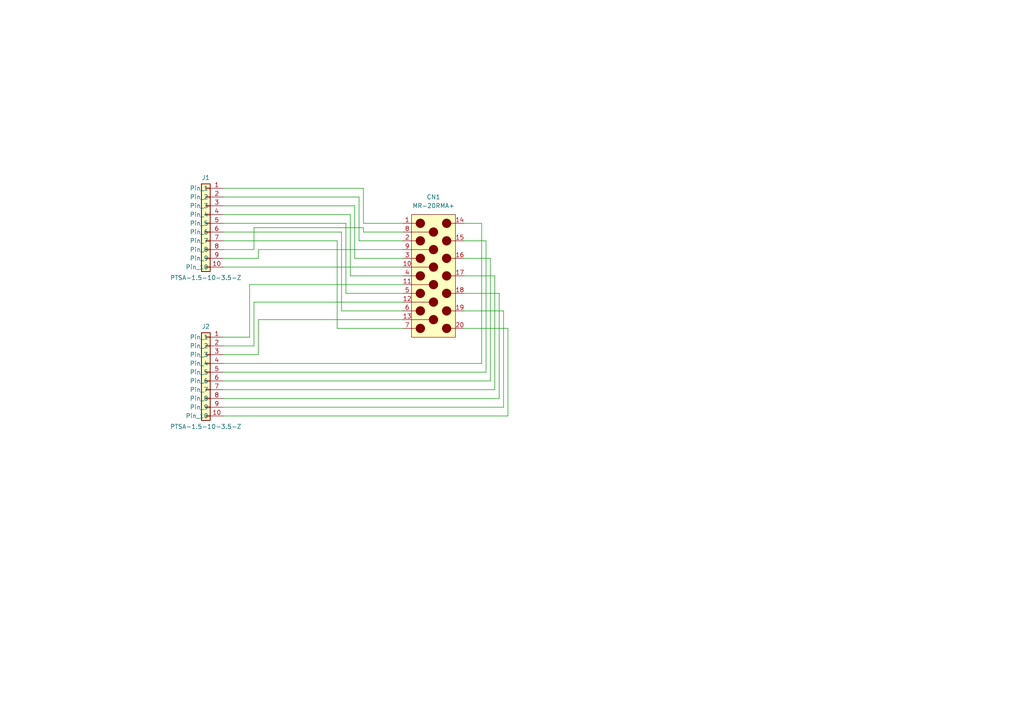
<source format=kicad_sch>
(kicad_sch (version 20211123) (generator eeschema)
  (paper "A4")
  (title_block (title "MR-20 Breakout Board") (date "2022-05-07") (rev "A"))
  (lib_symbols
    (symbol "Connector_Honda:MR-20RMA+"
      (property "Reference" "CN?" (at 0 0 0))
      (property "Value" "MR-20RMA+" (at 0 -2.54 0))
      (symbol "MR-20RMA+_0_1"
        (rectangle (start -6.35 -5.08) (end 6.35 -40.64) (fill (type background)))
        (circle (center -3.81 -38.1) (radius 1.27) (fill (type outline)))
        (circle (center -3.81 -33.02) (radius 1.27) (fill (type outline)))
        (circle (center -3.81 -27.94) (radius 1.27) (fill (type outline)))
        (circle (center -3.81 -22.86) (radius 1.27) (fill (type outline)))
        (circle (center -3.81 -17.78) (radius 1.27) (fill (type outline)))
        (circle (center -3.81 -12.7) (radius 1.27) (fill (type outline)))
        (circle (center -3.81 -7.62) (radius 1.27) (fill (type outline)))
        (circle (center 0 -35.56) (radius 1.27) (fill (type outline)))
        (circle (center 0 -30.48) (radius 1.27) (fill (type outline)))
        (circle (center 0 -25.4) (radius 1.27) (fill (type outline)))
        (circle (center 0 -20.32) (radius 1.27) (fill (type outline)))
        (circle (center 0 -15.24) (radius 1.27) (fill (type outline)))
        (circle (center 0 -10.16) (radius 1.27) (fill (type outline)))
        (polyline (pts (xy -6.35 -38.1) (xy -3.81 -38.1)))
        (polyline (pts (xy -6.35 -35.56) (xy 0 -35.56)))
        (polyline (pts (xy -6.35 -33.02) (xy -3.81 -33.02)))
        (polyline (pts (xy -6.35 -30.48) (xy 0 -30.48)))
        (polyline (pts (xy -6.35 -27.94) (xy -3.81 -27.94)))
        (polyline (pts (xy -6.35 -25.4) (xy 0 -25.4)))
        (polyline (pts (xy -6.35 -22.86) (xy -3.81 -22.86)))
        (polyline (pts (xy -6.35 -20.32) (xy 0 -20.32)))
        (polyline (pts (xy -6.35 -17.78) (xy -3.81 -17.78)))
        (polyline (pts (xy -6.35 -15.24) (xy 0 -15.24)))
        (polyline (pts (xy -6.35 -12.7) (xy -3.81 -12.7)))
        (polyline (pts (xy -6.35 -10.16) (xy -1.27 -10.16)))
        (polyline (pts (xy -6.35 -7.62) (xy -3.81 -7.62)))
        (polyline (pts (xy 6.35 -38.1) (xy 3.81 -38.1)))
        (polyline (pts (xy 6.35 -33.02) (xy 3.81 -33.02)))
        (polyline (pts (xy 6.35 -27.94) (xy 3.81 -27.94)))
        (polyline (pts (xy 6.35 -22.86) (xy 3.81 -22.86)))
        (polyline (pts (xy 6.35 -17.78) (xy 3.81 -17.78)))
        (polyline (pts (xy 6.35 -12.7) (xy 3.81 -12.7)))
        (polyline (pts (xy 6.35 -7.62) (xy 3.81 -7.62)))
        (circle (center 3.81 -38.1) (radius 1.27) (fill (type outline)))
        (circle (center 3.81 -33.02) (radius 1.27) (fill (type outline)))
        (circle (center 3.81 -27.94) (radius 1.27) (fill (type outline)))
        (circle (center 3.81 -22.86) (radius 1.27) (fill (type outline)))
        (circle (center 3.81 -17.78) (radius 1.27) (fill (type outline)))
        (circle (center 3.81 -12.7) (radius 1.27) (fill (type outline)))
        (circle (center 3.81 -7.62) (radius 1.27) (fill (type outline)))
      )
      (symbol "MR-20RMA+_1_1"
        (pin passive line (at -8.89 -7.62 0) (length 2.54) (name "") (number "1"))
        (pin passive line (at -8.89 -20.32 0) (length 2.54) (name "") (number "10"))
        (pin passive line (at -8.89 -25.4 0) (length 2.54) (name "") (number "11"))
        (pin passive line (at -8.89 -30.48 0) (length 2.54) (name "") (number "12"))
        (pin passive line (at -8.89 -35.56 0) (length 2.54) (name "") (number "13"))
        (pin passive line (at 8.89 -7.62 180) (length 2.54) (name "") (number "14"))
        (pin passive line (at 8.89 -12.7 180) (length 2.54) (name "") (number "15"))
        (pin passive line (at 8.89 -17.78 180) (length 2.54) (name "") (number "16"))
        (pin passive line (at 8.89 -22.86 180) (length 2.54) (name "") (number "17"))
        (pin passive line (at 8.89 -27.94 180) (length 2.54) (name "") (number "18"))
        (pin passive line (at 8.89 -33.02 180) (length 2.54) (name "") (number "19"))
        (pin passive line (at -8.89 -12.7 0) (length 2.54) (name "") (number "2"))
        (pin passive line (at 8.89 -38.1 180) (length 2.54) (name "") (number "20"))
        (pin passive line (at -8.89 -17.78 0) (length 2.54) (name "") (number "3"))
        (pin passive line (at -8.89 -22.86 0) (length 2.54) (name "") (number "4"))
        (pin passive line (at -8.89 -27.94 0) (length 2.54) (name "") (number "5"))
        (pin passive line (at -8.89 -33.02 0) (length 2.54) (name "") (number "6"))
        (pin passive line (at -8.89 -38.1 0) (length 2.54) (name "") (number "7"))
        (pin passive line (at -8.89 -10.16 0) (length 2.54) (name "") (number "8"))
        (pin passive line (at -8.89 -15.24 0) (length 2.54) (name "") (number "9"))
      )
    )
    (symbol "Connector_Phoenix_PTSA:PTSA-1.5-10-3.5-Z"
      (property "Reference" "J?" (at 0 0 0))
      (property "Value" "PTSA-1.5-10-3.5-Z" (at 0 -30.48 0))
      (symbol "PTSA-1.5-10-3.5-Z_1_1"
        (rectangle (start -1.27 -26.543) (end 0 -26.797) (stroke (width 0.1524)))
        (rectangle (start -1.27 -24.003) (end 0 -24.257) (stroke (width 0.1524)))
        (rectangle (start -1.27 -21.463) (end 0 -21.717) (stroke (width 0.1524)))
        (rectangle (start -1.27 -18.923) (end 0 -19.177) (stroke (width 0.1524)))
        (rectangle (start -1.27 -16.383) (end 0 -16.637) (stroke (width 0.1524)))
        (rectangle (start -1.27 -13.843) (end 0 -14.097) (stroke (width 0.1524)))
        (rectangle (start -1.27 -11.303) (end 0 -11.557) (stroke (width 0.1524)))
        (rectangle (start -1.27 -8.763) (end 0 -9.017) (stroke (width 0.1524)))
        (rectangle (start -1.27 -6.223) (end 0 -6.477) (stroke (width 0.1524)))
        (rectangle (start -1.27 -3.683) (end 0 -3.937) (stroke (width 0.1524)))
        (rectangle (start -1.27 -2.54) (end 1.27 -27.94) (stroke (width 0.254)) (fill (type background)))
        (pin passive line (at -5.08 -3.81 0) (length 3.81) (name "Pin_1") (number "1"))
        (pin passive line (at -5.08 -26.67 0) (length 3.81) (name "Pin_10") (number "10"))
        (pin passive line (at -5.08 -6.35 0) (length 3.81) (name "Pin_2") (number "2"))
        (pin passive line (at -5.08 -8.89 0) (length 3.81) (name "Pin_3") (number "3"))
        (pin passive line (at -5.08 -11.43 0) (length 3.81) (name "Pin_4") (number "4"))
        (pin passive line (at -5.08 -13.97 0) (length 3.81) (name "Pin_5") (number "5"))
        (pin passive line (at -5.08 -16.51 0) (length 3.81) (name "Pin_6") (number "6"))
        (pin passive line (at -5.08 -19.05 0) (length 3.81) (name "Pin_7") (number "7"))
        (pin passive line (at -5.08 -21.59 0) (length 3.81) (name "Pin_8") (number "8"))
        (pin passive line (at -5.08 -24.13 0) (length 3.81) (name "Pin_9") (number "9"))
      )
    )
  )
  (wire (pts (xy 147.32 120.65) (xy 147.32 95.25)))
  (wire (pts (xy 74.93 102.87) (xy 74.93 92.71)))
  (wire (pts (xy 99.06 90.17) (xy 116.84 90.17)))
  (wire (pts (xy 64.77 74.93) (xy 74.93 74.93)))
  (wire (pts (xy 64.77 72.39) (xy 73.66 72.39)))
  (wire (pts (xy 105.41 67.31) (xy 116.84 67.31)))
  (wire (pts (xy 102.87 74.93) (xy 116.84 74.93)))
  (wire (pts (xy 72.39 97.79) (xy 72.39 82.55)))
  (wire (pts (xy 64.77 110.49) (xy 142.24 110.49)))
  (wire (pts (xy 139.7 105.41) (xy 139.7 64.77)))
  (wire (pts (xy 143.51 80.01) (xy 134.62 80.01)))
  (wire (pts (xy 72.39 82.55) (xy 116.84 82.55)))
  (wire (pts (xy 101.6 80.01) (xy 116.84 80.01)))
  (wire (pts (xy 64.77 57.15) (xy 104.14 57.15)))
  (wire (pts (xy 64.77 120.65) (xy 147.32 120.65)))
  (wire (pts (xy 64.77 54.61) (xy 105.41 54.61)))
  (wire (pts (xy 101.6 62.23) (xy 101.6 80.01)))
  (wire (pts (xy 104.14 57.15) (xy 104.14 69.85)))
  (wire (pts (xy 64.77 115.57) (xy 144.78 115.57)))
  (wire (pts (xy 74.93 74.93) (xy 74.93 72.39)))
  (wire (pts (xy 97.79 69.85) (xy 97.79 95.25)))
  (wire (pts (xy 64.77 102.87) (xy 74.93 102.87)))
  (wire (pts (xy 140.97 107.95) (xy 140.97 69.85)))
  (wire (pts (xy 139.7 64.77) (xy 134.62 64.77)))
  (wire (pts (xy 64.77 77.47) (xy 116.84 77.47)))
  (wire (pts (xy 100.33 85.09) (xy 116.84 85.09)))
  (wire (pts (xy 97.79 95.25) (xy 116.84 95.25)))
  (wire (pts (xy 64.77 107.95) (xy 140.97 107.95)))
  (wire (pts (xy 142.24 74.93) (xy 134.62 74.93)))
  (wire (pts (xy 64.77 64.77) (xy 100.33 64.77)))
  (wire (pts (xy 64.77 100.33) (xy 73.66 100.33)))
  (wire (pts (xy 74.93 72.39) (xy 116.84 72.39)))
  (wire (pts (xy 64.77 69.85) (xy 97.79 69.85)))
  (wire (pts (xy 144.78 85.09) (xy 134.62 85.09)))
  (wire (pts (xy 140.97 69.85) (xy 134.62 69.85)))
  (wire (pts (xy 147.32 95.25) (xy 134.62 95.25)))
  (wire (pts (xy 104.14 69.85) (xy 116.84 69.85)))
  (wire (pts (xy 142.24 110.49) (xy 142.24 74.93)))
  (wire (pts (xy 64.77 62.23) (xy 101.6 62.23)))
  (wire (pts (xy 99.06 67.31) (xy 99.06 90.17)))
  (wire (pts (xy 146.05 90.17) (xy 134.62 90.17)))
  (wire (pts (xy 73.66 87.63) (xy 116.84 87.63)))
  (wire (pts (xy 73.66 100.33) (xy 73.66 87.63)))
  (wire (pts (xy 73.66 72.39) (xy 73.66 66.04)))
  (wire (pts (xy 74.93 92.71) (xy 116.84 92.71)))
  (wire (pts (xy 64.77 113.03) (xy 143.51 113.03)))
  (wire (pts (xy 105.41 54.61) (xy 105.41 64.77)))
  (wire (pts (xy 100.33 64.77) (xy 100.33 85.09)))
  (wire (pts (xy 105.41 66.04) (xy 105.41 67.31)))
  (wire (pts (xy 64.77 118.11) (xy 146.05 118.11)))
  (wire (pts (xy 143.51 113.03) (xy 143.51 80.01)))
  (wire (pts (xy 64.77 97.79) (xy 72.39 97.79)))
  (wire (pts (xy 64.77 67.31) (xy 99.06 67.31)))
  (wire (pts (xy 73.66 66.04) (xy 105.41 66.04)))
  (wire (pts (xy 64.77 105.41) (xy 139.7 105.41)))
  (wire (pts (xy 64.77 59.69) (xy 102.87 59.69)))
  (wire (pts (xy 144.78 115.57) (xy 144.78 85.09)))
  (wire (pts (xy 105.41 64.77) (xy 116.84 64.77)))
  (wire (pts (xy 146.05 118.11) (xy 146.05 90.17)))
  (wire (pts (xy 102.87 59.69) (xy 102.87 74.93)))
  (symbol (lib_id "Connector_Phoenix_PTSA:PTSA-1.5-10-3.5-Z") (at 59.69 93.98 0) (mirror y) (unit 1)
    (property "Reference" "J2" (at 59.69 93.98 0) (effects (justify top)))
    (property "Value" "PTSA-1.5-10-3.5-Z" (at 59.69 124.46 0) (effects (justify bottom)))
    (property "Footprint" "Connector_Phoenix_PTSA:PhoenixContact_PTSA_1,5_10_3,5-Z" (effects hide))
  )
  (symbol (lib_id "Connector_Phoenix_PTSA:PTSA-1.5-10-3.5-Z") (at 59.69 50.8 0) (mirror y) (unit 1)
    (property "Reference" "J1" (at 59.69 50.8 0) (effects (justify top)))
    (property "Value" "PTSA-1.5-10-3.5-Z" (at 59.69 81.28 0) (effects (justify bottom)))
    (property "Footprint" "Connector_Phoenix_PTSA:PhoenixContact_PTSA_1,5_10_3,5-Z" (effects hide))
  )
  (symbol (lib_id "Connector_Honda:MR-20RMA+") (at 125.73 57.15 0) (unit 1)
    (property "Reference" "CN1" (at 125.73 57.15 0))
    (property "Value" "MR-20RMA+" (at 125.73 59.69 0))
    (property "Footprint" "Connector_Honda:MR-20RMA+" (effects hide))
  )
)
</source>
